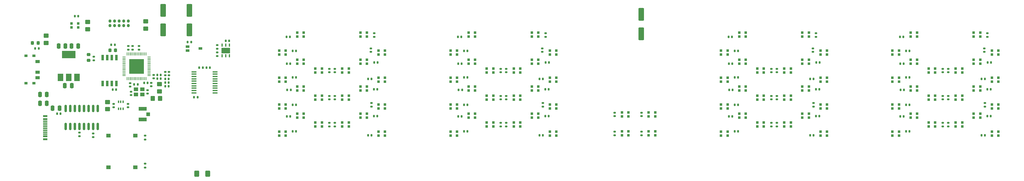
<source format=gbr>
%TF.GenerationSoftware,KiCad,Pcbnew,(6.0.0)*%
%TF.CreationDate,2023-01-06T22:04:12+00:00*%
%TF.ProjectId,masa,6d617361-2e6b-4696-9361-645f70636258,A*%
%TF.SameCoordinates,Original*%
%TF.FileFunction,Paste,Top*%
%TF.FilePolarity,Positive*%
%FSLAX46Y46*%
G04 Gerber Fmt 4.6, Leading zero omitted, Abs format (unit mm)*
G04 Created by KiCad (PCBNEW (6.0.0)) date 2023-01-06 22:04:12*
%MOMM*%
%LPD*%
G01*
G04 APERTURE LIST*
G04 Aperture macros list*
%AMRoundRect*
0 Rectangle with rounded corners*
0 $1 Rounding radius*
0 $2 $3 $4 $5 $6 $7 $8 $9 X,Y pos of 4 corners*
0 Add a 4 corners polygon primitive as box body*
4,1,4,$2,$3,$4,$5,$6,$7,$8,$9,$2,$3,0*
0 Add four circle primitives for the rounded corners*
1,1,$1+$1,$2,$3*
1,1,$1+$1,$4,$5*
1,1,$1+$1,$6,$7*
1,1,$1+$1,$8,$9*
0 Add four rect primitives between the rounded corners*
20,1,$1+$1,$2,$3,$4,$5,0*
20,1,$1+$1,$4,$5,$6,$7,0*
20,1,$1+$1,$6,$7,$8,$9,0*
20,1,$1+$1,$8,$9,$2,$3,0*%
G04 Aperture macros list end*
%ADD10RoundRect,0.140000X0.170000X-0.140000X0.170000X0.140000X-0.170000X0.140000X-0.170000X-0.140000X0*%
%ADD11RoundRect,0.140000X-0.140000X-0.170000X0.140000X-0.170000X0.140000X0.170000X-0.140000X0.170000X0*%
%ADD12RoundRect,0.250000X-0.450000X0.350000X-0.450000X-0.350000X0.450000X-0.350000X0.450000X0.350000X0*%
%ADD13R,1.500000X2.000000*%
%ADD14R,3.800000X2.000000*%
%ADD15RoundRect,0.140000X0.140000X0.170000X-0.140000X0.170000X-0.140000X-0.170000X0.140000X-0.170000X0*%
%ADD16R,0.700000X0.700000*%
%ADD17RoundRect,0.140000X-0.170000X0.140000X-0.170000X-0.140000X0.170000X-0.140000X0.170000X0.140000X0*%
%ADD18RoundRect,0.218750X-0.218750X-0.256250X0.218750X-0.256250X0.218750X0.256250X-0.218750X0.256250X0*%
%ADD19R,0.650000X1.650000*%
%ADD20RoundRect,0.250000X-0.250000X-0.475000X0.250000X-0.475000X0.250000X0.475000X-0.250000X0.475000X0*%
%ADD21RoundRect,0.135000X-0.135000X-0.185000X0.135000X-0.185000X0.135000X0.185000X-0.135000X0.185000X0*%
%ADD22RoundRect,0.250000X0.400000X0.625000X-0.400000X0.625000X-0.400000X-0.625000X0.400000X-0.625000X0*%
%ADD23RoundRect,0.135000X-0.185000X0.135000X-0.185000X-0.135000X0.185000X-0.135000X0.185000X0.135000X0*%
%ADD24RoundRect,0.250000X-0.550000X1.500000X-0.550000X-1.500000X0.550000X-1.500000X0.550000X1.500000X0*%
%ADD25RoundRect,0.250000X0.550000X-1.500000X0.550000X1.500000X-0.550000X1.500000X-0.550000X-1.500000X0*%
%ADD26RoundRect,0.135000X0.185000X-0.135000X0.185000X0.135000X-0.185000X0.135000X-0.185000X-0.135000X0*%
%ADD27R,1.200000X1.000000*%
%ADD28RoundRect,0.250000X-0.350000X-0.450000X0.350000X-0.450000X0.350000X0.450000X-0.350000X0.450000X0*%
%ADD29RoundRect,0.150000X0.150000X-0.825000X0.150000X0.825000X-0.150000X0.825000X-0.150000X-0.825000X0*%
%ADD30R,1.475000X0.450000*%
%ADD31RoundRect,0.250000X0.450000X-0.350000X0.450000X0.350000X-0.450000X0.350000X-0.450000X-0.350000X0*%
%ADD32RoundRect,0.250000X0.250000X0.475000X-0.250000X0.475000X-0.250000X-0.475000X0.250000X-0.475000X0*%
%ADD33RoundRect,0.135000X0.135000X0.185000X-0.135000X0.185000X-0.135000X-0.185000X0.135000X-0.185000X0*%
%ADD34R,0.400000X0.650000*%
%ADD35R,1.100000X0.800000*%
%ADD36RoundRect,0.147500X0.147500X0.172500X-0.147500X0.172500X-0.147500X-0.172500X0.147500X-0.172500X0*%
%ADD37R,1.150000X1.000000*%
%ADD38R,2.200000X1.050000*%
%ADD39R,1.050000X1.050000*%
%ADD40RoundRect,0.147500X0.172500X-0.147500X0.172500X0.147500X-0.172500X0.147500X-0.172500X-0.147500X0*%
%ADD41R,0.850000X0.200000*%
%ADD42R,0.200000X0.850000*%
%ADD43R,4.050000X4.050000*%
%ADD44R,0.450000X0.850000*%
%ADD45R,2.400000X1.500000*%
%ADD46R,1.160000X0.600000*%
%ADD47R,1.160000X0.300000*%
%ADD48C,0.863600*%
%ADD49RoundRect,0.218750X0.256250X-0.218750X0.256250X0.218750X-0.256250X0.218750X-0.256250X-0.218750X0*%
%ADD50R,1.250000X0.900000*%
%ADD51R,0.900000X0.800000*%
G04 APERTURE END LIST*
D10*
%TO.C,C52*%
X209500000Y-114680000D03*
X209500000Y-113720000D03*
%TD*%
D11*
%TO.C,C57*%
X210320000Y-132500000D03*
X211280000Y-132500000D03*
%TD*%
D12*
%TO.C,R13*%
X99600000Y-106250000D03*
X99600000Y-108250000D03*
%TD*%
D13*
%TO.C,IC2*%
X75950000Y-121750000D03*
D14*
X78250000Y-115450000D03*
D13*
X78250000Y-121750000D03*
X80550000Y-121750000D03*
%TD*%
D11*
%TO.C,C100*%
X332820000Y-125100000D03*
X333780000Y-125100000D03*
%TD*%
D15*
%TO.C,C40*%
X139680000Y-132600000D03*
X138720000Y-132600000D03*
%TD*%
D16*
%TO.C,LED86*%
X316585000Y-126850000D03*
X316585000Y-127950000D03*
X318415000Y-127950000D03*
X318415000Y-126850000D03*
%TD*%
D17*
%TO.C,C50*%
X198000000Y-119420000D03*
X198000000Y-120380000D03*
%TD*%
D10*
%TO.C,C115*%
X236980000Y-137835000D03*
X236980000Y-136875000D03*
%TD*%
D15*
%TO.C,C116*%
X80880000Y-104800000D03*
X79920000Y-104800000D03*
%TD*%
D11*
%TO.C,C107*%
X310320000Y-121800000D03*
X311280000Y-121800000D03*
%TD*%
D16*
%TO.C,LED50*%
X259070000Y-129350000D03*
X259070000Y-130450000D03*
X260900000Y-130450000D03*
X260900000Y-129350000D03*
%TD*%
D15*
%TO.C,C124*%
X115400000Y-119050000D03*
X114440000Y-119050000D03*
%TD*%
D16*
%TO.C,LED91*%
X233415000Y-132625000D03*
X233415000Y-131525000D03*
X231585000Y-131525000D03*
X231585000Y-132625000D03*
%TD*%
D11*
%TO.C,C99*%
X310320000Y-114400000D03*
X311280000Y-114400000D03*
%TD*%
%TO.C,C77*%
X262820000Y-114400000D03*
X263780000Y-114400000D03*
%TD*%
D18*
%TO.C,D3*%
X68212500Y-112250000D03*
X69787500Y-112250000D03*
%TD*%
D16*
%TO.C,LED35*%
X203415000Y-127950000D03*
X203415000Y-126850000D03*
X201585000Y-126850000D03*
X201585000Y-127950000D03*
%TD*%
D10*
%TO.C,C93*%
X322000000Y-135380000D03*
X322000000Y-134420000D03*
%TD*%
D11*
%TO.C,C88*%
X262820000Y-136800000D03*
X263780000Y-136800000D03*
%TD*%
D17*
%TO.C,C82*%
X273000000Y-134420000D03*
X273000000Y-135380000D03*
%TD*%
D16*
%TO.C,LED29*%
X190915000Y-125450000D03*
X190915000Y-124350000D03*
X189085000Y-124350000D03*
X189085000Y-125450000D03*
%TD*%
%TO.C,LED71*%
X335935000Y-130450000D03*
X335935000Y-129350000D03*
X334105000Y-129350000D03*
X334105000Y-130450000D03*
%TD*%
D17*
%TO.C,C43*%
X150500000Y-126920000D03*
X150500000Y-127880000D03*
%TD*%
D19*
%TO.C,IC3*%
X91455000Y-116300000D03*
X90185000Y-116300000D03*
X88915000Y-116300000D03*
X87645000Y-116300000D03*
X87645000Y-123500000D03*
X88915000Y-123500000D03*
X90185000Y-123500000D03*
X91455000Y-123500000D03*
%TD*%
D16*
%TO.C,LED57*%
X278415000Y-127950000D03*
X278415000Y-126850000D03*
X276585000Y-126850000D03*
X276585000Y-127950000D03*
%TD*%
%TO.C,LED51*%
X265915000Y-125450000D03*
X265915000Y-124350000D03*
X264085000Y-124350000D03*
X264085000Y-125450000D03*
%TD*%
D20*
%TO.C,C45*%
X70300000Y-129000000D03*
X72200000Y-129000000D03*
%TD*%
D21*
%TO.C,R2*%
X90000000Y-112750000D03*
X91020000Y-112750000D03*
%TD*%
D16*
%TO.C,LED7*%
X143415000Y-125450000D03*
X143415000Y-124350000D03*
X141585000Y-124350000D03*
X141585000Y-125450000D03*
%TD*%
D10*
%TO.C,C80*%
X284700000Y-129880000D03*
X284700000Y-128920000D03*
%TD*%
D11*
%TO.C,C15*%
X99140000Y-123350000D03*
X100100000Y-123350000D03*
%TD*%
D22*
%TO.C,AE1*%
X116800000Y-148500000D03*
X113700000Y-148500000D03*
%TD*%
D16*
%TO.C,LED44*%
X213435000Y-122950000D03*
X213435000Y-121850000D03*
X211605000Y-121850000D03*
X211605000Y-122950000D03*
%TD*%
D15*
%TO.C,C68*%
X262280000Y-125300000D03*
X261320000Y-125300000D03*
%TD*%
D23*
%TO.C,R1*%
X85000000Y-137340000D03*
X85000000Y-138360000D03*
%TD*%
D16*
%TO.C,LED30*%
X203415000Y-120450000D03*
X203415000Y-119350000D03*
X201585000Y-119350000D03*
X201585000Y-120450000D03*
%TD*%
D10*
%TO.C,C5*%
X95500000Y-126700000D03*
X95500000Y-125740000D03*
%TD*%
D24*
%TO.C,C119*%
X111700000Y-103200000D03*
X111700000Y-108600000D03*
%TD*%
D16*
%TO.C,LED92*%
X233415000Y-137850000D03*
X233415000Y-136750000D03*
X231585000Y-136750000D03*
X231585000Y-137850000D03*
%TD*%
D15*
%TO.C,C22*%
X139780000Y-125300000D03*
X138820000Y-125300000D03*
%TD*%
D16*
%TO.C,LED39*%
X203415000Y-135450000D03*
X203415000Y-134350000D03*
X201585000Y-134350000D03*
X201585000Y-135450000D03*
%TD*%
%TO.C,LED81*%
X306570000Y-114350000D03*
X306570000Y-115450000D03*
X308400000Y-115450000D03*
X308400000Y-114350000D03*
%TD*%
%TO.C,LED27*%
X213435000Y-130450000D03*
X213435000Y-129350000D03*
X211605000Y-129350000D03*
X211605000Y-130450000D03*
%TD*%
%TO.C,LED49*%
X288435000Y-130450000D03*
X288435000Y-129350000D03*
X286605000Y-129350000D03*
X286605000Y-130450000D03*
%TD*%
%TO.C,LED20*%
X165935000Y-122950000D03*
X165935000Y-121850000D03*
X164105000Y-121850000D03*
X164105000Y-122950000D03*
%TD*%
%TO.C,LED84*%
X335935000Y-115450000D03*
X335935000Y-114350000D03*
X334105000Y-114350000D03*
X334105000Y-115450000D03*
%TD*%
%TO.C,LED14*%
X155915000Y-135450000D03*
X155915000Y-134350000D03*
X154085000Y-134350000D03*
X154085000Y-135450000D03*
%TD*%
D10*
%TO.C,C92*%
X332900000Y-110500000D03*
X332900000Y-109540000D03*
%TD*%
D15*
%TO.C,C75*%
X284680000Y-137900000D03*
X283720000Y-137900000D03*
%TD*%
D16*
%TO.C,LED46*%
X265915000Y-117950000D03*
X265915000Y-116850000D03*
X264085000Y-116850000D03*
X264085000Y-117950000D03*
%TD*%
%TO.C,LED76*%
X335935000Y-137950000D03*
X335935000Y-136850000D03*
X334105000Y-136850000D03*
X334105000Y-137950000D03*
%TD*%
%TO.C,LED89*%
X240795000Y-137850000D03*
X240795000Y-136750000D03*
X238965000Y-136750000D03*
X238965000Y-137850000D03*
%TD*%
D10*
%TO.C,C20*%
X94700000Y-130100000D03*
X94700000Y-129140000D03*
%TD*%
D11*
%TO.C,C125*%
X116420000Y-119050000D03*
X117380000Y-119050000D03*
%TD*%
D17*
%TO.C,C36*%
X150500000Y-134420000D03*
X150500000Y-135380000D03*
%TD*%
D25*
%TO.C,C118*%
X236900000Y-109700000D03*
X236900000Y-104300000D03*
%TD*%
D16*
%TO.C,LED42*%
X194085000Y-126850000D03*
X194085000Y-127950000D03*
X195915000Y-127950000D03*
X195915000Y-126850000D03*
%TD*%
%TO.C,LED75*%
X329085000Y-116850000D03*
X329085000Y-117950000D03*
X330915000Y-117950000D03*
X330915000Y-116850000D03*
%TD*%
D17*
%TO.C,C60*%
X198000000Y-134420000D03*
X198000000Y-135380000D03*
%TD*%
D26*
%TO.C,R8*%
X99400000Y-139020000D03*
X99400000Y-138000000D03*
%TD*%
D16*
%TO.C,LED23*%
X184070000Y-136850000D03*
X184070000Y-137950000D03*
X185900000Y-137950000D03*
X185900000Y-136850000D03*
%TD*%
D27*
%TO.C,S1*%
X96700000Y-146800000D03*
X89300000Y-146800000D03*
%TD*%
D16*
%TO.C,LED47*%
X269085000Y-119350000D03*
X269085000Y-120450000D03*
X270915000Y-120450000D03*
X270915000Y-119350000D03*
%TD*%
D17*
%TO.C,C67*%
X198000000Y-126920000D03*
X198000000Y-127880000D03*
%TD*%
D15*
%TO.C,C18*%
X91430000Y-125200000D03*
X90470000Y-125200000D03*
%TD*%
D17*
%TO.C,C26*%
X150500000Y-119420000D03*
X150500000Y-120380000D03*
%TD*%
D15*
%TO.C,C17*%
X97375000Y-123700000D03*
X96415000Y-123700000D03*
%TD*%
D11*
%TO.C,C66*%
X187820000Y-136800000D03*
X188780000Y-136800000D03*
%TD*%
D16*
%TO.C,LED70*%
X329085000Y-124350000D03*
X329085000Y-125450000D03*
X330915000Y-125450000D03*
X330915000Y-124350000D03*
%TD*%
D10*
%TO.C,C25*%
X152000000Y-135380000D03*
X152000000Y-134420000D03*
%TD*%
D28*
%TO.C,R4*%
X101545000Y-127600000D03*
X103545000Y-127600000D03*
%TD*%
D29*
%TO.C,U1*%
X77395000Y-135405000D03*
X78665000Y-135405000D03*
X79935000Y-135405000D03*
X81205000Y-135405000D03*
X82475000Y-135405000D03*
X83745000Y-135405000D03*
X85015000Y-135405000D03*
X86285000Y-135405000D03*
X86285000Y-130455000D03*
X85015000Y-130455000D03*
X83745000Y-130455000D03*
X82475000Y-130455000D03*
X81205000Y-130455000D03*
X79935000Y-130455000D03*
X78665000Y-130455000D03*
X77395000Y-130455000D03*
%TD*%
D15*
%TO.C,C23*%
X139680000Y-118000000D03*
X138720000Y-118000000D03*
%TD*%
D24*
%TO.C,C120*%
X104400000Y-103200000D03*
X104400000Y-108600000D03*
%TD*%
D16*
%TO.C,LED77*%
X306570000Y-121850000D03*
X306570000Y-122950000D03*
X308400000Y-122950000D03*
X308400000Y-121850000D03*
%TD*%
%TO.C,LED79*%
X325915000Y-127950000D03*
X325915000Y-126850000D03*
X324085000Y-126850000D03*
X324085000Y-127950000D03*
%TD*%
D11*
%TO.C,C65*%
X187820000Y-129400000D03*
X188780000Y-129400000D03*
%TD*%
D15*
%TO.C,C4*%
X105975000Y-122250000D03*
X105015000Y-122250000D03*
%TD*%
D26*
%TO.C,R12*%
X119420000Y-113855000D03*
X119420000Y-112835000D03*
%TD*%
D16*
%TO.C,LED16*%
X159085000Y-124350000D03*
X159085000Y-125450000D03*
X160915000Y-125450000D03*
X160915000Y-124350000D03*
%TD*%
D11*
%TO.C,C85*%
X262820000Y-121800000D03*
X263780000Y-121800000D03*
%TD*%
D10*
%TO.C,C81*%
X274500000Y-127880000D03*
X274500000Y-126920000D03*
%TD*%
D15*
%TO.C,C10*%
X105975000Y-124250000D03*
X105015000Y-124250000D03*
%TD*%
D10*
%TO.C,C102*%
X332200000Y-129880000D03*
X332200000Y-128920000D03*
%TD*%
%TO.C,C70*%
X285400000Y-110500000D03*
X285400000Y-109540000D03*
%TD*%
D15*
%TO.C,C54*%
X209680000Y-122200000D03*
X208720000Y-122200000D03*
%TD*%
D16*
%TO.C,LED36*%
X206585000Y-109350000D03*
X206585000Y-110450000D03*
X208415000Y-110450000D03*
X208415000Y-109350000D03*
%TD*%
%TO.C,LED1*%
X136570000Y-136850000D03*
X136570000Y-137950000D03*
X138400000Y-137950000D03*
X138400000Y-136850000D03*
%TD*%
%TO.C,LED45*%
X259070000Y-136850000D03*
X259070000Y-137950000D03*
X260900000Y-137950000D03*
X260900000Y-136850000D03*
%TD*%
%TO.C,LED78*%
X313415000Y-132950000D03*
X313415000Y-131850000D03*
X311585000Y-131850000D03*
X311585000Y-132950000D03*
%TD*%
D17*
%TO.C,C11*%
X104995000Y-120270000D03*
X104995000Y-121230000D03*
%TD*%
D16*
%TO.C,LED43*%
X206585000Y-131850000D03*
X206585000Y-132950000D03*
X208415000Y-132950000D03*
X208415000Y-131850000D03*
%TD*%
D10*
%TO.C,C16*%
X97700000Y-114050000D03*
X97700000Y-113090000D03*
%TD*%
D11*
%TO.C,C32*%
X162820000Y-125100000D03*
X163780000Y-125100000D03*
%TD*%
D10*
%TO.C,C24*%
X162900000Y-110500000D03*
X162900000Y-109540000D03*
%TD*%
D17*
%TO.C,C72*%
X273000000Y-119420000D03*
X273000000Y-120380000D03*
%TD*%
D30*
%TO.C,IC5*%
X112962000Y-120225000D03*
X112962000Y-120875000D03*
X112962000Y-121525000D03*
X112962000Y-122175000D03*
X112962000Y-122825000D03*
X112962000Y-123475000D03*
X112962000Y-124125000D03*
X112962000Y-124775000D03*
X112962000Y-125425000D03*
X112962000Y-126075000D03*
X118838000Y-126075000D03*
X118838000Y-125425000D03*
X118838000Y-124775000D03*
X118838000Y-124125000D03*
X118838000Y-123475000D03*
X118838000Y-122825000D03*
X118838000Y-122175000D03*
X118838000Y-121525000D03*
X118838000Y-120875000D03*
X118838000Y-120225000D03*
%TD*%
D15*
%TO.C,C90*%
X309780000Y-125300000D03*
X308820000Y-125300000D03*
%TD*%
%TO.C,C98*%
X332180000Y-122200000D03*
X331220000Y-122200000D03*
%TD*%
D10*
%TO.C,C14*%
X94800000Y-114050000D03*
X94800000Y-113090000D03*
%TD*%
D31*
%TO.C,R15*%
X72000000Y-112200000D03*
X72000000Y-110200000D03*
%TD*%
D10*
%TO.C,C59*%
X199500000Y-127880000D03*
X199500000Y-126920000D03*
%TD*%
D16*
%TO.C,LED56*%
X265915000Y-132950000D03*
X265915000Y-131850000D03*
X264085000Y-131850000D03*
X264085000Y-132950000D03*
%TD*%
D32*
%TO.C,C117*%
X79100000Y-124100000D03*
X77200000Y-124100000D03*
%TD*%
%TO.C,C121*%
X77350000Y-113050000D03*
X75450000Y-113050000D03*
%TD*%
D16*
%TO.C,LED9*%
X146585000Y-134350000D03*
X146585000Y-135450000D03*
X148415000Y-135450000D03*
X148415000Y-134350000D03*
%TD*%
D15*
%TO.C,C6*%
X103755000Y-122150000D03*
X102795000Y-122150000D03*
%TD*%
D21*
%TO.C,R10*%
X111200000Y-111950000D03*
X112220000Y-111950000D03*
%TD*%
D15*
%TO.C,C86*%
X262180000Y-132600000D03*
X261220000Y-132600000D03*
%TD*%
D10*
%TO.C,C9*%
X100085000Y-126280000D03*
X100085000Y-125320000D03*
%TD*%
D15*
%TO.C,C46*%
X187280000Y-125300000D03*
X186320000Y-125300000D03*
%TD*%
%TO.C,C27*%
X139580000Y-110500000D03*
X138620000Y-110500000D03*
%TD*%
D18*
%TO.C,D1*%
X89675000Y-114250000D03*
X91250000Y-114250000D03*
%TD*%
D10*
%TO.C,C71*%
X274500000Y-135380000D03*
X274500000Y-134420000D03*
%TD*%
%TO.C,C114*%
X229580000Y-132555000D03*
X229580000Y-131595000D03*
%TD*%
%TO.C,C48*%
X210400000Y-110500000D03*
X210400000Y-109540000D03*
%TD*%
%TO.C,C96*%
X332000000Y-114680000D03*
X332000000Y-113720000D03*
%TD*%
D33*
%TO.C,R17*%
X114010000Y-127250000D03*
X112990000Y-127250000D03*
%TD*%
D11*
%TO.C,C39*%
X140320000Y-121800000D03*
X141280000Y-121800000D03*
%TD*%
%TO.C,C31*%
X140320000Y-114400000D03*
X141280000Y-114400000D03*
%TD*%
D16*
%TO.C,LED22*%
X165935000Y-137950000D03*
X165935000Y-136850000D03*
X164105000Y-136850000D03*
X164105000Y-137950000D03*
%TD*%
%TO.C,LED55*%
X259070000Y-121850000D03*
X259070000Y-122950000D03*
X260900000Y-122950000D03*
X260900000Y-121850000D03*
%TD*%
D15*
%TO.C,C73*%
X262080000Y-110500000D03*
X261120000Y-110500000D03*
%TD*%
%TO.C,C76*%
X284680000Y-122200000D03*
X283720000Y-122200000D03*
%TD*%
D16*
%TO.C,LED5*%
X143415000Y-110450000D03*
X143415000Y-109350000D03*
X141585000Y-109350000D03*
X141585000Y-110450000D03*
%TD*%
D10*
%TO.C,C58*%
X209700000Y-129880000D03*
X209700000Y-128920000D03*
%TD*%
D11*
%TO.C,C78*%
X285320000Y-125100000D03*
X286280000Y-125100000D03*
%TD*%
%TO.C,C56*%
X210320000Y-125100000D03*
X211280000Y-125100000D03*
%TD*%
D16*
%TO.C,LED41*%
X190915000Y-110450000D03*
X190915000Y-109350000D03*
X189085000Y-109350000D03*
X189085000Y-110450000D03*
%TD*%
%TO.C,LED85*%
X313415000Y-110450000D03*
X313415000Y-109350000D03*
X311585000Y-109350000D03*
X311585000Y-110450000D03*
%TD*%
%TO.C,LED6*%
X143415000Y-117950000D03*
X143415000Y-116850000D03*
X141585000Y-116850000D03*
X141585000Y-117950000D03*
%TD*%
D11*
%TO.C,C101*%
X332820000Y-132500000D03*
X333780000Y-132500000D03*
%TD*%
D16*
%TO.C,LED65*%
X281585000Y-131850000D03*
X281585000Y-132950000D03*
X283415000Y-132950000D03*
X283415000Y-131850000D03*
%TD*%
%TO.C,LED33*%
X184070000Y-121850000D03*
X184070000Y-122950000D03*
X185900000Y-122950000D03*
X185900000Y-121850000D03*
%TD*%
%TO.C,LED59*%
X259070000Y-114350000D03*
X259070000Y-115450000D03*
X260900000Y-115450000D03*
X260900000Y-114350000D03*
%TD*%
D31*
%TO.C,R9*%
X89000000Y-130620000D03*
X89000000Y-128620000D03*
%TD*%
D16*
%TO.C,LED2*%
X136570000Y-129350000D03*
X136570000Y-130450000D03*
X138400000Y-130450000D03*
X138400000Y-129350000D03*
%TD*%
D32*
%TO.C,C3*%
X75700000Y-130360000D03*
X73800000Y-130360000D03*
%TD*%
D23*
%TO.C,R7*%
X96000000Y-113050000D03*
X96000000Y-114070000D03*
%TD*%
D16*
%TO.C,LED67*%
X306570000Y-136850000D03*
X306570000Y-137950000D03*
X308400000Y-137950000D03*
X308400000Y-136850000D03*
%TD*%
%TO.C,LED34*%
X190915000Y-132950000D03*
X190915000Y-131850000D03*
X189085000Y-131850000D03*
X189085000Y-132950000D03*
%TD*%
%TO.C,LED32*%
X213435000Y-137950000D03*
X213435000Y-136850000D03*
X211605000Y-136850000D03*
X211605000Y-137950000D03*
%TD*%
%TO.C,LED18*%
X159085000Y-109350000D03*
X159085000Y-110450000D03*
X160915000Y-110450000D03*
X160915000Y-109350000D03*
%TD*%
%TO.C,LED66*%
X288435000Y-122950000D03*
X288435000Y-121850000D03*
X286605000Y-121850000D03*
X286605000Y-122950000D03*
%TD*%
%TO.C,LED62*%
X288435000Y-115450000D03*
X288435000Y-114350000D03*
X286605000Y-114350000D03*
X286605000Y-115450000D03*
%TD*%
D27*
%TO.C,S2*%
X96700000Y-138000000D03*
X89300000Y-138000000D03*
%TD*%
D16*
%TO.C,LED40*%
X213435000Y-115450000D03*
X213435000Y-114350000D03*
X211605000Y-114350000D03*
X211605000Y-115450000D03*
%TD*%
%TO.C,LED37*%
X184070000Y-114350000D03*
X184070000Y-115450000D03*
X185900000Y-115450000D03*
X185900000Y-114350000D03*
%TD*%
D34*
%TO.C,Q1*%
X92050000Y-130480000D03*
X92700000Y-130480000D03*
X93350000Y-130480000D03*
X93350000Y-128580000D03*
X92700000Y-128580000D03*
X92050000Y-128580000D03*
%TD*%
D12*
%TO.C,R5*%
X103395000Y-123650000D03*
X103395000Y-125650000D03*
%TD*%
D11*
%TO.C,C83*%
X285420000Y-117600000D03*
X286380000Y-117600000D03*
%TD*%
D15*
%TO.C,C47*%
X187180000Y-118000000D03*
X186220000Y-118000000D03*
%TD*%
D16*
%TO.C,LED72*%
X306570000Y-129350000D03*
X306570000Y-130450000D03*
X308400000Y-130450000D03*
X308400000Y-129350000D03*
%TD*%
%TO.C,LED12*%
X155915000Y-120450000D03*
X155915000Y-119350000D03*
X154085000Y-119350000D03*
X154085000Y-120450000D03*
%TD*%
D10*
%TO.C,C84*%
X274500000Y-120360000D03*
X274500000Y-119400000D03*
%TD*%
D35*
%TO.C,Q2*%
X111225000Y-114300000D03*
X111225000Y-113200000D03*
X114775000Y-113750000D03*
%TD*%
D21*
%TO.C,R16*%
X68980000Y-113750000D03*
X70000000Y-113750000D03*
%TD*%
D16*
%TO.C,LED53*%
X281585000Y-116850000D03*
X281585000Y-117950000D03*
X283415000Y-117950000D03*
X283415000Y-116850000D03*
%TD*%
D36*
%TO.C,L1*%
X103765000Y-121150000D03*
X102795000Y-121150000D03*
%TD*%
D15*
%TO.C,C29*%
X162180000Y-137900000D03*
X161220000Y-137900000D03*
%TD*%
%TO.C,C30*%
X162180000Y-122200000D03*
X161220000Y-122200000D03*
%TD*%
D16*
%TO.C,LED26*%
X206585000Y-124350000D03*
X206585000Y-125450000D03*
X208415000Y-125450000D03*
X208415000Y-124350000D03*
%TD*%
D15*
%TO.C,C7*%
X105975000Y-123250000D03*
X105015000Y-123250000D03*
%TD*%
D11*
%TO.C,C63*%
X187820000Y-121800000D03*
X188780000Y-121800000D03*
%TD*%
D16*
%TO.C,LED61*%
X278415000Y-135450000D03*
X278415000Y-134350000D03*
X276585000Y-134350000D03*
X276585000Y-135450000D03*
%TD*%
%TO.C,LED58*%
X281585000Y-109350000D03*
X281585000Y-110450000D03*
X283415000Y-110450000D03*
X283415000Y-109350000D03*
%TD*%
%TO.C,LED4*%
X136570000Y-114350000D03*
X136570000Y-115450000D03*
X138400000Y-115450000D03*
X138400000Y-114350000D03*
%TD*%
%TO.C,LED63*%
X265915000Y-110450000D03*
X265915000Y-109350000D03*
X264085000Y-109350000D03*
X264085000Y-110450000D03*
%TD*%
D11*
%TO.C,C109*%
X310320000Y-129400000D03*
X311280000Y-129400000D03*
%TD*%
D17*
%TO.C,C1*%
X81250000Y-137140000D03*
X81250000Y-138100000D03*
%TD*%
D37*
%TO.C,Y1*%
X96935000Y-126495000D03*
X98685000Y-126495000D03*
X98685000Y-125095000D03*
X96935000Y-125095000D03*
%TD*%
D16*
%TO.C,LED68*%
X313415000Y-117950000D03*
X313415000Y-116850000D03*
X311585000Y-116850000D03*
X311585000Y-117950000D03*
%TD*%
D10*
%TO.C,C28*%
X162000000Y-114680000D03*
X162000000Y-113720000D03*
%TD*%
D16*
%TO.C,LED17*%
X159085000Y-116850000D03*
X159085000Y-117950000D03*
X160915000Y-117950000D03*
X160915000Y-116850000D03*
%TD*%
D11*
%TO.C,C110*%
X310320000Y-136800000D03*
X311280000Y-136800000D03*
%TD*%
D10*
%TO.C,C38*%
X152000000Y-120360000D03*
X152000000Y-119400000D03*
%TD*%
D16*
%TO.C,LED90*%
X240795000Y-132625000D03*
X240795000Y-131525000D03*
X238965000Y-131525000D03*
X238965000Y-132625000D03*
%TD*%
D11*
%TO.C,C61*%
X210420000Y-117600000D03*
X211380000Y-117600000D03*
%TD*%
D16*
%TO.C,LED10*%
X146585000Y-126850000D03*
X146585000Y-127950000D03*
X148415000Y-127950000D03*
X148415000Y-126850000D03*
%TD*%
D38*
%TO.C,J1*%
X98725000Y-130525000D03*
X98725000Y-133475000D03*
D39*
X100250000Y-132000000D03*
%TD*%
D16*
%TO.C,LED25*%
X194085000Y-119350000D03*
X194085000Y-120450000D03*
X195915000Y-120450000D03*
X195915000Y-119350000D03*
%TD*%
D10*
%TO.C,C62*%
X199500000Y-120360000D03*
X199500000Y-119400000D03*
%TD*%
D16*
%TO.C,LED54*%
X288435000Y-137950000D03*
X288435000Y-136850000D03*
X286605000Y-136850000D03*
X286605000Y-137950000D03*
%TD*%
D17*
%TO.C,C94*%
X320500000Y-119420000D03*
X320500000Y-120380000D03*
%TD*%
D11*
%TO.C,C42*%
X140320000Y-136800000D03*
X141280000Y-136800000D03*
%TD*%
D16*
%TO.C,LED74*%
X325915000Y-120450000D03*
X325915000Y-119350000D03*
X324085000Y-119350000D03*
X324085000Y-120450000D03*
%TD*%
D15*
%TO.C,C91*%
X309680000Y-118000000D03*
X308720000Y-118000000D03*
%TD*%
D11*
%TO.C,C55*%
X187820000Y-114400000D03*
X188780000Y-114400000D03*
%TD*%
D40*
%TO.C,L2*%
X105995000Y-121235000D03*
X105995000Y-120265000D03*
%TD*%
D10*
%TO.C,C113*%
X229580000Y-137835000D03*
X229580000Y-136875000D03*
%TD*%
%TO.C,C35*%
X152000000Y-127880000D03*
X152000000Y-126920000D03*
%TD*%
D16*
%TO.C,LED13*%
X155915000Y-127950000D03*
X155915000Y-126850000D03*
X154085000Y-126850000D03*
X154085000Y-127950000D03*
%TD*%
D17*
%TO.C,C12*%
X101085000Y-123320000D03*
X101085000Y-124280000D03*
%TD*%
D41*
%TO.C,IC1*%
X100500000Y-121300000D03*
X100500000Y-120900000D03*
X100500000Y-120500000D03*
X100500000Y-120100000D03*
X100500000Y-119700000D03*
X100500000Y-119300000D03*
X100500000Y-118900000D03*
X100500000Y-118500000D03*
X100500000Y-118100000D03*
X100500000Y-117700000D03*
X100500000Y-117300000D03*
X100500000Y-116900000D03*
X100500000Y-116500000D03*
X100500000Y-116100000D03*
D42*
X99650000Y-115250000D03*
X99250000Y-115250000D03*
X98850000Y-115250000D03*
X98450000Y-115250000D03*
X98050000Y-115250000D03*
X97650000Y-115250000D03*
X97250000Y-115250000D03*
X96850000Y-115250000D03*
X96450000Y-115250000D03*
X96050000Y-115250000D03*
X95650000Y-115250000D03*
X95250000Y-115250000D03*
X94850000Y-115250000D03*
X94450000Y-115250000D03*
D41*
X93600000Y-116100000D03*
X93600000Y-116500000D03*
X93600000Y-116900000D03*
X93600000Y-117300000D03*
X93600000Y-117700000D03*
X93600000Y-118100000D03*
X93600000Y-118500000D03*
X93600000Y-118900000D03*
X93600000Y-119300000D03*
X93600000Y-119700000D03*
X93600000Y-120100000D03*
X93600000Y-120500000D03*
X93600000Y-120900000D03*
X93600000Y-121300000D03*
D42*
X94450000Y-122150000D03*
X94850000Y-122150000D03*
X95250000Y-122150000D03*
X95650000Y-122150000D03*
X96050000Y-122150000D03*
X96450000Y-122150000D03*
X96850000Y-122150000D03*
X97250000Y-122150000D03*
X97650000Y-122150000D03*
X98050000Y-122150000D03*
X98450000Y-122150000D03*
X98850000Y-122150000D03*
X99250000Y-122150000D03*
X99650000Y-122150000D03*
D43*
X97050000Y-118700000D03*
%TD*%
D16*
%TO.C,LED28*%
X184070000Y-129350000D03*
X184070000Y-130450000D03*
X185900000Y-130450000D03*
X185900000Y-129350000D03*
%TD*%
D20*
%TO.C,C122*%
X79000000Y-113050000D03*
X80900000Y-113050000D03*
%TD*%
D16*
%TO.C,LED31*%
X206585000Y-116850000D03*
X206585000Y-117950000D03*
X208415000Y-117950000D03*
X208415000Y-116850000D03*
%TD*%
D11*
%TO.C,C79*%
X285320000Y-132500000D03*
X286280000Y-132500000D03*
%TD*%
D16*
%TO.C,LED52*%
X278415000Y-120450000D03*
X278415000Y-119350000D03*
X276585000Y-119350000D03*
X276585000Y-120450000D03*
%TD*%
D23*
%TO.C,R11*%
X119420000Y-114825000D03*
X119420000Y-115845000D03*
%TD*%
%TO.C,R6*%
X99400000Y-145790000D03*
X99400000Y-146810000D03*
%TD*%
D15*
%TO.C,C108*%
X309680000Y-132600000D03*
X308720000Y-132600000D03*
%TD*%
D26*
%TO.C,R3*%
X85250000Y-117010000D03*
X85250000Y-115990000D03*
%TD*%
D16*
%TO.C,LED15*%
X159085000Y-131850000D03*
X159085000Y-132950000D03*
X160915000Y-132950000D03*
X160915000Y-131850000D03*
%TD*%
%TO.C,LED80*%
X329085000Y-109350000D03*
X329085000Y-110450000D03*
X330915000Y-110450000D03*
X330915000Y-109350000D03*
%TD*%
D44*
%TO.C,IC4*%
X120800000Y-115750000D03*
X121800000Y-115750000D03*
X122800000Y-115750000D03*
X122800000Y-112850000D03*
X121800000Y-112850000D03*
X120800000Y-112850000D03*
D45*
X121800000Y-114300000D03*
%TD*%
D16*
%TO.C,LED69*%
X316585000Y-119350000D03*
X316585000Y-120450000D03*
X318415000Y-120450000D03*
X318415000Y-119350000D03*
%TD*%
%TO.C,LED11*%
X146585000Y-119350000D03*
X146585000Y-120450000D03*
X148415000Y-120450000D03*
X148415000Y-119350000D03*
%TD*%
D10*
%TO.C,C103*%
X322000000Y-127880000D03*
X322000000Y-126920000D03*
%TD*%
D16*
%TO.C,LED73*%
X313415000Y-125450000D03*
X313415000Y-124350000D03*
X311585000Y-124350000D03*
X311585000Y-125450000D03*
%TD*%
D17*
%TO.C,C13*%
X95300000Y-123370000D03*
X95300000Y-124330000D03*
%TD*%
D16*
%TO.C,LED48*%
X281585000Y-124350000D03*
X281585000Y-125450000D03*
X283415000Y-125450000D03*
X283415000Y-124350000D03*
%TD*%
D11*
%TO.C,C105*%
X332920000Y-117600000D03*
X333880000Y-117600000D03*
%TD*%
D10*
%TO.C,C74*%
X284500000Y-114680000D03*
X284500000Y-113720000D03*
%TD*%
D15*
%TO.C,C2*%
X75980000Y-131860000D03*
X75020000Y-131860000D03*
%TD*%
D11*
%TO.C,C41*%
X140320000Y-129400000D03*
X141280000Y-129400000D03*
%TD*%
D16*
%TO.C,LED24*%
X190915000Y-117950000D03*
X190915000Y-116850000D03*
X189085000Y-116850000D03*
X189085000Y-117950000D03*
%TD*%
D17*
%TO.C,C19*%
X90700000Y-129140000D03*
X90700000Y-130100000D03*
%TD*%
D46*
%TO.C,J2*%
X71750000Y-132550000D03*
X71760000Y-133350000D03*
D47*
X71760000Y-134500000D03*
X71760000Y-135500000D03*
X71760000Y-136000000D03*
X71760000Y-137000000D03*
D46*
X71760000Y-138150000D03*
X71760000Y-138950000D03*
X71760000Y-138150000D03*
D47*
X71760000Y-137500000D03*
X71760000Y-136500000D03*
X71760000Y-135000000D03*
X71760000Y-134000000D03*
D46*
X71760000Y-133350000D03*
%TD*%
D16*
%TO.C,LED38*%
X194085000Y-134350000D03*
X194085000Y-135450000D03*
X195915000Y-135450000D03*
X195915000Y-134350000D03*
%TD*%
%TO.C,LED93*%
X79070000Y-106800000D03*
X79070000Y-107900000D03*
X80900000Y-107900000D03*
X80900000Y-106800000D03*
%TD*%
D11*
%TO.C,C33*%
X162820000Y-132500000D03*
X163780000Y-132500000D03*
%TD*%
D16*
%TO.C,LED8*%
X143415000Y-132950000D03*
X143415000Y-131850000D03*
X141585000Y-131850000D03*
X141585000Y-132950000D03*
%TD*%
D48*
%TO.C,J3*%
X94787500Y-106125000D03*
X94787500Y-107395000D03*
X93517500Y-106125000D03*
X93517500Y-107395000D03*
X92247500Y-106125000D03*
X92247500Y-107395000D03*
X90977500Y-106125000D03*
X90977500Y-107395000D03*
X89707500Y-106125000D03*
X89707500Y-107395000D03*
%TD*%
D11*
%TO.C,C87*%
X262820000Y-129400000D03*
X263780000Y-129400000D03*
%TD*%
D17*
%TO.C,C89*%
X273000000Y-126920000D03*
X273000000Y-127880000D03*
%TD*%
D15*
%TO.C,C97*%
X332180000Y-137900000D03*
X331220000Y-137900000D03*
%TD*%
%TO.C,C53*%
X209680000Y-137900000D03*
X208720000Y-137900000D03*
%TD*%
%TO.C,C95*%
X309580000Y-110500000D03*
X308620000Y-110500000D03*
%TD*%
D16*
%TO.C,LED60*%
X269085000Y-134350000D03*
X269085000Y-135450000D03*
X270915000Y-135450000D03*
X270915000Y-134350000D03*
%TD*%
%TO.C,LED83*%
X325915000Y-135450000D03*
X325915000Y-134350000D03*
X324085000Y-134350000D03*
X324085000Y-135450000D03*
%TD*%
%TO.C,LED3*%
X136570000Y-121850000D03*
X136570000Y-122950000D03*
X138400000Y-122950000D03*
X138400000Y-121850000D03*
%TD*%
%TO.C,LED64*%
X269085000Y-126850000D03*
X269085000Y-127950000D03*
X270915000Y-127950000D03*
X270915000Y-126850000D03*
%TD*%
%TO.C,LED21*%
X165935000Y-130450000D03*
X165935000Y-129350000D03*
X164105000Y-129350000D03*
X164105000Y-130450000D03*
%TD*%
D15*
%TO.C,C69*%
X262180000Y-118000000D03*
X261220000Y-118000000D03*
%TD*%
D16*
%TO.C,LED82*%
X316585000Y-134350000D03*
X316585000Y-135450000D03*
X318415000Y-135450000D03*
X318415000Y-134350000D03*
%TD*%
D10*
%TO.C,C112*%
X236980000Y-132555000D03*
X236980000Y-131595000D03*
%TD*%
D11*
%TO.C,C37*%
X162920000Y-117600000D03*
X163880000Y-117600000D03*
%TD*%
D15*
%TO.C,C51*%
X187080000Y-110500000D03*
X186120000Y-110500000D03*
%TD*%
D20*
%TO.C,C44*%
X70300000Y-126500000D03*
X72200000Y-126500000D03*
%TD*%
D16*
%TO.C,LED19*%
X165935000Y-115450000D03*
X165935000Y-114350000D03*
X164105000Y-114350000D03*
X164105000Y-115450000D03*
%TD*%
%TO.C,LED87*%
X329085000Y-131850000D03*
X329085000Y-132950000D03*
X330915000Y-132950000D03*
X330915000Y-131850000D03*
%TD*%
D17*
%TO.C,C104*%
X320500000Y-134420000D03*
X320500000Y-135380000D03*
%TD*%
D10*
%TO.C,C106*%
X322000000Y-120360000D03*
X322000000Y-119400000D03*
%TD*%
%TO.C,C34*%
X162200000Y-129880000D03*
X162200000Y-128920000D03*
%TD*%
D49*
%TO.C,D2*%
X83750000Y-117037500D03*
X83750000Y-115462500D03*
%TD*%
D31*
%TO.C,R14*%
X83500000Y-108400000D03*
X83500000Y-106400000D03*
%TD*%
D16*
%TO.C,LED88*%
X335935000Y-122950000D03*
X335935000Y-121850000D03*
X334105000Y-121850000D03*
X334105000Y-122950000D03*
%TD*%
D17*
%TO.C,C111*%
X320500000Y-126920000D03*
X320500000Y-127880000D03*
%TD*%
D11*
%TO.C,C21*%
X121760000Y-111635000D03*
X122720000Y-111635000D03*
%TD*%
D10*
%TO.C,C49*%
X199500000Y-135380000D03*
X199500000Y-134420000D03*
%TD*%
D17*
%TO.C,C8*%
X101795000Y-121120000D03*
X101795000Y-122080000D03*
%TD*%
D15*
%TO.C,C64*%
X187180000Y-132600000D03*
X186220000Y-132600000D03*
%TD*%
D50*
%TO.C,S3*%
X69600000Y-121850000D03*
X69600000Y-120350000D03*
X69600000Y-117350000D03*
D51*
X66425000Y-123400000D03*
X68625000Y-123400000D03*
X68625000Y-115800000D03*
X66425000Y-115800000D03*
%TD*%
M02*

</source>
